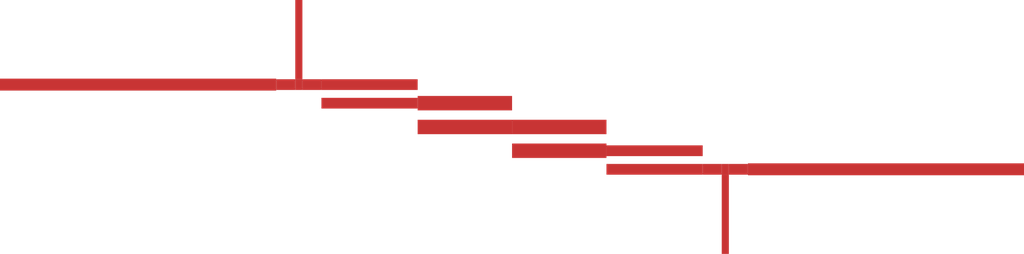
<source format=kicad_pcb>
# Generated by Qucs-RFlayout from : 2. Comparison vs Sonnet EM simulation.sch

(kicad_pcb (version 0) (host pcbnew 0.0.0)

  (general
    (thickness 1.6)
    (drawings 0)
    (tracks 0)
    (zones 0)
    (modules 0)
    (nets 1)
  )

  (page A4)
  (layers
    (0 F.Cu signal)
    (31 B.Cu signal)
    (32 B.Adhes user)
    (33 F.Adhes user)
    (34 B.Paste user)
    (35 F.Paste user)
    (36 B.SilkS user)
    (37 F.SilkS user)
    (38 B.Mask user)
    (39 F.Mask user)
    (40 Dwgs.User user)
    (41 Cmts.User user)
    (42 Eco1.User user)
    (43 Eco2.User user)
    (44 Edge.Cuts user)
    (45 Margin user)
    (46 B.CrtYd user)
    (47 F.CrtYd user)
    (48 B.Fab user)
    (49 F.Fab user)
  )

  (setup
    (last_trace_width 0.25)
    (trace_clearance 0.2)
    (zone_clearance 0.508)
    (zone_45_only no)
    (trace_min 0.2)
    (segment_width 0.2)
    (edge_width 0.15)
    (via_size 0.8)
    (via_drill 0.4)
    (via_min_size 0.4)
    (via_min_drill 0.3)
    (uvia_size 0.3)
    (uvia_drill 0.1)
    (uvias_allowed no)
    (uvia_min_size 0.2)
    (uvia_min_drill 0.1)
    (pcb_text_width 0.3)
    (pcb_text_size 1.5 1.5)
    (mod_edge_width 0.15)
    (mod_text_size 1 1)
    (mod_text_width 0.15)
    (pad_size 1.524 1.524)
    (pad_drill 0.762)
    (pad_to_mask_clearance 0.051)
    (solder_mask_min_width 0.25)
    (aux_axis_origin 0 0)
    (visible_elements FFFFFF7F)
    (pcbplotparams
      (layerselection 0x010fc_ffffffff)
      (usegerberextensions false)
      (usegerberattributes false)
      (usegerberadvancedattributes false)
      (creategerberjobfile false)
      (excludeedgelayer true)
      (linewidth 0.150000)
      (plotframeref false)
      (viasonmask false)
      (mode 1)
      (useauxorigin false)
      (hpglpennumber 1)
      (hpglpenspeed 20)
      (hpglpendiameter 15.000000)
      (psnegative false)
      (psa4output false)
      (plotreference true)
      (plotvalue true)
      (plotinvisibletext false)
      (padsonsilk false)
      (subtractmaskfromsilk false)
      (outputformat 1)
      (mirror false)
      (drillshape 1)
      (scaleselection 1)
      (outputdirectory ""))
  )

  (net 0 "")

  (net_class Default "This is the default net class."
    (clearance 0.2)
    (trace_width 0.25)
    (via_dia 0.8)
    (via_drill 0.4)
    (uvia_dia 0.3)
    (uvia_drill 0.1)
  )

  (module MCOUPLED (layer F.Cu) (tedit 0) (tstamp 0)
    (at 70.45 24.9035 0)
    (fp_text reference MS6 (at 0 0.5) (layer F.SilkS) hide
      (effects (font (size 0.25 0.25) (thickness 0.05)))
    )
    (fp_text value microstrip_coupled_lines (at 0 -0.5) (layer F.Fab) hide
      (effects (font (size 0.25 0.25) (thickness 0.05)))
    )
    (fp_poly (pts
      (xy -4.425 1.3505)
      (xy 4.425 1.3505)
      (xy 4.425 0.3605)
      (xy -4.425 0.3605)
      ) (layer F.Cu) (width 0)
    )
    (fp_poly (pts
      (xy -4.425 -0.3605)
      (xy 4.425 -0.3605)
      (xy 4.425 -1.3505)
      (xy -4.425 -1.3505)
      ) (layer F.Cu) (width 0)
    )
  )

  (module MCOUPLED (layer F.Cu) (tedit 0) (tstamp 0)
    (at 61.685 22.9525 0)
    (fp_text reference MS8 (at 0 0.5) (layer F.SilkS) hide
      (effects (font (size 0.25 0.25) (thickness 0.05)))
    )
    (fp_text value microstrip_coupled_lines (at 0 -0.5) (layer F.Fab) hide
      (effects (font (size 0.25 0.25) (thickness 0.05)))
    )
    (fp_poly (pts
      (xy -4.34 1.7605)
      (xy 4.34 1.7605)
      (xy 4.34 0.4305)
      (xy -4.34 0.4305)
      ) (layer F.Cu) (width 0)
    )
    (fp_poly (pts
      (xy -4.34 -0.4305)
      (xy 4.34 -0.4305)
      (xy 4.34 -1.7605)
      (xy -4.34 -1.7605)
      ) (layer F.Cu) (width 0)
    )
  )

  (module MCOUPLED (layer F.Cu) (tedit 0) (tstamp 0)
    (at 53.005 20.7615 0)
    (fp_text reference MS10 (at 0 0.5) (layer F.SilkS) hide
      (effects (font (size 0.25 0.25) (thickness 0.05)))
    )
    (fp_text value microstrip_coupled_lines (at 0 -0.5) (layer F.Fab) hide
      (effects (font (size 0.25 0.25) (thickness 0.05)))
    )
    (fp_poly (pts
      (xy -4.34 1.7605)
      (xy 4.34 1.7605)
      (xy 4.34 0.4305)
      (xy -4.34 0.4305)
      ) (layer F.Cu) (width 0)
    )
    (fp_poly (pts
      (xy -4.34 -0.4305)
      (xy 4.34 -0.4305)
      (xy 4.34 -1.7605)
      (xy -4.34 -1.7605)
      ) (layer F.Cu) (width 0)
    )
  )

  (module MCOUPLED (layer F.Cu) (tedit 0) (tstamp 0)
    (at 44.24 18.8105 0)
    (fp_text reference MS12 (at 0 0.5) (layer F.SilkS) hide
      (effects (font (size 0.25 0.25) (thickness 0.05)))
    )
    (fp_text value microstrip_coupled_lines (at 0 -0.5) (layer F.Fab) hide
      (effects (font (size 0.25 0.25) (thickness 0.05)))
    )
    (fp_poly (pts
      (xy -4.425 1.3505)
      (xy 4.425 1.3505)
      (xy 4.425 0.3605)
      (xy -4.425 0.3605)
      ) (layer F.Cu) (width 0)
    )
    (fp_poly (pts
      (xy -4.425 -0.3605)
      (xy 4.425 -0.3605)
      (xy 4.425 -1.3505)
      (xy -4.425 -1.3505)
      ) (layer F.Cu) (width 0)
    )
  )

  (module MLIN (layer F.Cu) (tedit 0) (tstamp 0)
    (at 38.94 17.955 0)
    (fp_text reference MS13 (at 0 0.5) (layer F.SilkS) hide
      (effects (font (size 0.25 0.25) (thickness 0.05)))
    )
    (fp_text value microstrip_line (at 0 -0.5) (layer F.Fab) hide
      (effects (font (size 0.25 0.25) (thickness 0.05)))
    )
    (fp_poly (pts
      (xy -0.875 0.495)
      (xy 0.875 0.495)
      (xy 0.875 -0.495)
      (xy -0.875 -0.495)
      ) (layer F.Cu) (width 0)
    )
  )

  (module MLIN (layer F.Cu) (tedit 0) (tstamp 0)
    (at 75.75 25.759 0)
    (fp_text reference MS14 (at 0 0.5) (layer F.SilkS) hide
      (effects (font (size 0.25 0.25) (thickness 0.05)))
    )
    (fp_text value microstrip_line (at 0 -0.5) (layer F.Fab) hide
      (effects (font (size 0.25 0.25) (thickness 0.05)))
    )
    (fp_poly (pts
      (xy -0.875 0.495)
      (xy 0.875 0.495)
      (xy 0.875 -0.495)
      (xy -0.875 -0.495)
      ) (layer F.Cu) (width 0)
    )
  )

  (module MLIN (layer F.Cu) (tedit 0) (tstamp 0)
    (at 36.535 17.955 0)
    (fp_text reference MS15 (at 0 0.5) (layer F.SilkS) hide
      (effects (font (size 0.25 0.25) (thickness 0.05)))
    )
    (fp_text value microstrip_line (at 0 -0.5) (layer F.Fab) hide
      (effects (font (size 0.25 0.25) (thickness 0.05)))
    )
    (fp_poly (pts
      (xy -0.875 0.495)
      (xy 0.875 0.495)
      (xy 0.875 -0.495)
      (xy -0.875 -0.495)
      ) (layer F.Cu) (width 0)
    )
  )

  (module MLIN (layer F.Cu) (tedit 0) (tstamp 0)
    (at 22.96 17.955 0)
    (fp_text reference MS16 (at 0 0.5) (layer F.SilkS) hide
      (effects (font (size 0.25 0.25) (thickness 0.05)))
    )
    (fp_text value microstrip_line (at 0 -0.5) (layer F.Fab) hide
      (effects (font (size 0.25 0.25) (thickness 0.05)))
    )
    (fp_poly (pts
      (xy -12.7 0.55)
      (xy 12.7 0.55)
      (xy 12.7 -0.55)
      (xy -12.7 -0.55)
      ) (layer F.Cu) (width 0)
    )
  )

  (module MTEE (layer F.Cu) (tedit 0) (tstamp 0)
    (at 37.7375 17.955 180)
    (fp_text reference MS17 (at 0 0.5) (layer F.SilkS) hide
      (effects (font (size 0.25 0.25) (thickness 0.05)))
    )
    (fp_text value microstrip_tee (at 0 -0.5) (layer F.Fab) hide
      (effects (font (size 0.25 0.25) (thickness 0.05)))
    )
    (fp_poly (pts
      (xy -0.3275 0.495)
      (xy 0.3275 0.495)
      (xy 0.3275 -0.495)
      (xy 0 -0.495)
      (xy 0 -0.495)
      (xy -0.3275 -0.495)
      ) (layer F.Cu) (width 0)
    )
  )

  (module MLIN (layer F.Cu) (tedit 0) (tstamp 0)
    (at 37.7375 13.81 90)
    (fp_text reference MS18 (at 0 0.5) (layer F.SilkS) hide
      (effects (font (size 0.25 0.25) (thickness 0.05)))
    )
    (fp_text value microstrip_line (at 0 -0.5) (layer F.Fab) hide
      (effects (font (size 0.25 0.25) (thickness 0.05)))
    )
    (fp_poly (pts
      (xy -3.65 0.3275)
      (xy 3.65 0.3275)
      (xy 3.65 -0.3275)
      (xy -3.65 -0.3275)
      ) (layer F.Cu) (width 0)
    )
  )

  (module MLIN (layer F.Cu) (tedit 0) (tstamp 0)
    (at 78.155 25.759 0)
    (fp_text reference MS20 (at 0 0.5) (layer F.SilkS) hide
      (effects (font (size 0.25 0.25) (thickness 0.05)))
    )
    (fp_text value microstrip_line (at 0 -0.5) (layer F.Fab) hide
      (effects (font (size 0.25 0.25) (thickness 0.05)))
    )
    (fp_poly (pts
      (xy -0.875 0.495)
      (xy 0.875 0.495)
      (xy 0.875 -0.495)
      (xy -0.875 -0.495)
      ) (layer F.Cu) (width 0)
    )
  )

  (module MLIN (layer F.Cu) (tedit 0) (tstamp 0)
    (at 91.73 25.759 0)
    (fp_text reference MS21 (at 0 0.5) (layer F.SilkS) hide
      (effects (font (size 0.25 0.25) (thickness 0.05)))
    )
    (fp_text value microstrip_line (at 0 -0.5) (layer F.Fab) hide
      (effects (font (size 0.25 0.25) (thickness 0.05)))
    )
    (fp_poly (pts
      (xy -12.7 0.55)
      (xy 12.7 0.55)
      (xy 12.7 -0.55)
      (xy -12.7 -0.55)
      ) (layer F.Cu) (width 0)
    )
  )

  (module MTEE (layer F.Cu) (tedit 0) (tstamp 0)
    (at 76.9525 25.759 0)
    (fp_text reference MS22 (at 0 0.5) (layer F.SilkS) hide
      (effects (font (size 0.25 0.25) (thickness 0.05)))
    )
    (fp_text value microstrip_tee (at 0 -0.5) (layer F.Fab) hide
      (effects (font (size 0.25 0.25) (thickness 0.05)))
    )
    (fp_poly (pts
      (xy -0.3275 0.495)
      (xy 0.3275 0.495)
      (xy 0.3275 -0.495)
      (xy 0 -0.495)
      (xy 0 -0.495)
      (xy -0.3275 -0.495)
      ) (layer F.Cu) (width 0)
    )
  )

  (module MLIN (layer F.Cu) (tedit 0) (tstamp 0)
    (at 76.9525 29.904 90)
    (fp_text reference MS23 (at 0 0.5) (layer F.SilkS) hide
      (effects (font (size 0.25 0.25) (thickness 0.05)))
    )
    (fp_text value microstrip_line (at 0 -0.5) (layer F.Fab) hide
      (effects (font (size 0.25 0.25) (thickness 0.05)))
    )
    (fp_poly (pts
      (xy -3.65 0.3275)
      (xy 3.65 0.3275)
      (xy 3.65 -0.3275)
      (xy -3.65 -0.3275)
      ) (layer F.Cu) (width 0)
    )
  )

)

</source>
